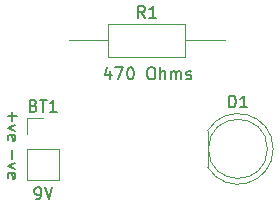
<source format=gbr>
%TF.GenerationSoftware,KiCad,Pcbnew,(6.0.9)*%
%TF.CreationDate,2023-01-23T14:00:59+05:30*%
%TF.ProjectId,simpleLED,73696d70-6c65-44c4-9544-2e6b69636164,rev?*%
%TF.SameCoordinates,Original*%
%TF.FileFunction,Legend,Top*%
%TF.FilePolarity,Positive*%
%FSLAX46Y46*%
G04 Gerber Fmt 4.6, Leading zero omitted, Abs format (unit mm)*
G04 Created by KiCad (PCBNEW (6.0.9)) date 2023-01-23 14:00:59*
%MOMM*%
%LPD*%
G01*
G04 APERTURE LIST*
%ADD10C,0.150000*%
%ADD11C,0.120000*%
G04 APERTURE END LIST*
D10*
X121848571Y-92789523D02*
X121848571Y-93551428D01*
X122134285Y-93932380D02*
X121467619Y-94170476D01*
X122134285Y-94408571D01*
X121515238Y-95170476D02*
X121467619Y-95075238D01*
X121467619Y-94884761D01*
X121515238Y-94789523D01*
X121610476Y-94741904D01*
X121991428Y-94741904D01*
X122086666Y-94789523D01*
X122134285Y-94884761D01*
X122134285Y-95075238D01*
X122086666Y-95170476D01*
X121991428Y-95218095D01*
X121896190Y-95218095D01*
X121800952Y-94741904D01*
X121848571Y-89584523D02*
X121848571Y-90346428D01*
X121467619Y-89965476D02*
X122229523Y-89965476D01*
X122134285Y-90727380D02*
X121467619Y-90965476D01*
X122134285Y-91203571D01*
X121515238Y-91965476D02*
X121467619Y-91870238D01*
X121467619Y-91679761D01*
X121515238Y-91584523D01*
X121610476Y-91536904D01*
X121991428Y-91536904D01*
X122086666Y-91584523D01*
X122134285Y-91679761D01*
X122134285Y-91870238D01*
X122086666Y-91965476D01*
X121991428Y-92013095D01*
X121896190Y-92013095D01*
X121800952Y-91536904D01*
X123840952Y-96972380D02*
X124031428Y-96972380D01*
X124126666Y-96924761D01*
X124174285Y-96877142D01*
X124269523Y-96734285D01*
X124317142Y-96543809D01*
X124317142Y-96162857D01*
X124269523Y-96067619D01*
X124221904Y-96020000D01*
X124126666Y-95972380D01*
X123936190Y-95972380D01*
X123840952Y-96020000D01*
X123793333Y-96067619D01*
X123745714Y-96162857D01*
X123745714Y-96400952D01*
X123793333Y-96496190D01*
X123840952Y-96543809D01*
X123936190Y-96591428D01*
X124126666Y-96591428D01*
X124221904Y-96543809D01*
X124269523Y-96496190D01*
X124317142Y-96400952D01*
X124602857Y-95972380D02*
X124936190Y-96972380D01*
X125269523Y-95972380D01*
X130159523Y-86145714D02*
X130159523Y-86812380D01*
X129921428Y-85764761D02*
X129683333Y-86479047D01*
X130302380Y-86479047D01*
X130588095Y-85812380D02*
X131254761Y-85812380D01*
X130826190Y-86812380D01*
X131826190Y-85812380D02*
X131921428Y-85812380D01*
X132016666Y-85860000D01*
X132064285Y-85907619D01*
X132111904Y-86002857D01*
X132159523Y-86193333D01*
X132159523Y-86431428D01*
X132111904Y-86621904D01*
X132064285Y-86717142D01*
X132016666Y-86764761D01*
X131921428Y-86812380D01*
X131826190Y-86812380D01*
X131730952Y-86764761D01*
X131683333Y-86717142D01*
X131635714Y-86621904D01*
X131588095Y-86431428D01*
X131588095Y-86193333D01*
X131635714Y-86002857D01*
X131683333Y-85907619D01*
X131730952Y-85860000D01*
X131826190Y-85812380D01*
X133540476Y-85812380D02*
X133730952Y-85812380D01*
X133826190Y-85860000D01*
X133921428Y-85955238D01*
X133969047Y-86145714D01*
X133969047Y-86479047D01*
X133921428Y-86669523D01*
X133826190Y-86764761D01*
X133730952Y-86812380D01*
X133540476Y-86812380D01*
X133445238Y-86764761D01*
X133350000Y-86669523D01*
X133302380Y-86479047D01*
X133302380Y-86145714D01*
X133350000Y-85955238D01*
X133445238Y-85860000D01*
X133540476Y-85812380D01*
X134397619Y-86812380D02*
X134397619Y-85812380D01*
X134826190Y-86812380D02*
X134826190Y-86288571D01*
X134778571Y-86193333D01*
X134683333Y-86145714D01*
X134540476Y-86145714D01*
X134445238Y-86193333D01*
X134397619Y-86240952D01*
X135302380Y-86812380D02*
X135302380Y-86145714D01*
X135302380Y-86240952D02*
X135350000Y-86193333D01*
X135445238Y-86145714D01*
X135588095Y-86145714D01*
X135683333Y-86193333D01*
X135730952Y-86288571D01*
X135730952Y-86812380D01*
X135730952Y-86288571D02*
X135778571Y-86193333D01*
X135873809Y-86145714D01*
X136016666Y-86145714D01*
X136111904Y-86193333D01*
X136159523Y-86288571D01*
X136159523Y-86812380D01*
X136588095Y-86764761D02*
X136683333Y-86812380D01*
X136873809Y-86812380D01*
X136969047Y-86764761D01*
X137016666Y-86669523D01*
X137016666Y-86621904D01*
X136969047Y-86526666D01*
X136873809Y-86479047D01*
X136730952Y-86479047D01*
X136635714Y-86431428D01*
X136588095Y-86336190D01*
X136588095Y-86288571D01*
X136635714Y-86193333D01*
X136730952Y-86145714D01*
X136873809Y-86145714D01*
X136969047Y-86193333D01*
%TO.C,D1*%
X140231904Y-89202380D02*
X140231904Y-88202380D01*
X140470000Y-88202380D01*
X140612857Y-88250000D01*
X140708095Y-88345238D01*
X140755714Y-88440476D01*
X140803333Y-88630952D01*
X140803333Y-88773809D01*
X140755714Y-88964285D01*
X140708095Y-89059523D01*
X140612857Y-89154761D01*
X140470000Y-89202380D01*
X140231904Y-89202380D01*
X141755714Y-89202380D02*
X141184285Y-89202380D01*
X141470000Y-89202380D02*
X141470000Y-88202380D01*
X141374761Y-88345238D01*
X141279523Y-88440476D01*
X141184285Y-88488095D01*
%TO.C,R1*%
X133093333Y-81602380D02*
X132760000Y-81126190D01*
X132521904Y-81602380D02*
X132521904Y-80602380D01*
X132902857Y-80602380D01*
X132998095Y-80650000D01*
X133045714Y-80697619D01*
X133093333Y-80792857D01*
X133093333Y-80935714D01*
X133045714Y-81030952D01*
X132998095Y-81078571D01*
X132902857Y-81126190D01*
X132521904Y-81126190D01*
X134045714Y-81602380D02*
X133474285Y-81602380D01*
X133760000Y-81602380D02*
X133760000Y-80602380D01*
X133664761Y-80745238D01*
X133569523Y-80840476D01*
X133474285Y-80888095D01*
%TO.C,BT1*%
X123674285Y-89038571D02*
X123817142Y-89086190D01*
X123864761Y-89133809D01*
X123912380Y-89229047D01*
X123912380Y-89371904D01*
X123864761Y-89467142D01*
X123817142Y-89514761D01*
X123721904Y-89562380D01*
X123340952Y-89562380D01*
X123340952Y-88562380D01*
X123674285Y-88562380D01*
X123769523Y-88610000D01*
X123817142Y-88657619D01*
X123864761Y-88752857D01*
X123864761Y-88848095D01*
X123817142Y-88943333D01*
X123769523Y-88990952D01*
X123674285Y-89038571D01*
X123340952Y-89038571D01*
X124198095Y-88562380D02*
X124769523Y-88562380D01*
X124483809Y-89562380D02*
X124483809Y-88562380D01*
X125626666Y-89562380D02*
X125055238Y-89562380D01*
X125340952Y-89562380D02*
X125340952Y-88562380D01*
X125245714Y-88705238D01*
X125150476Y-88800476D01*
X125055238Y-88848095D01*
D11*
%TO.C,D1*%
X138410000Y-91165000D02*
X138410000Y-94255000D01*
X143960000Y-92710462D02*
G75*
G03*
X138410000Y-91165170I-2990000J462D01*
G01*
X138410000Y-94254830D02*
G75*
G03*
X143960000Y-92709538I2560000J1544830D01*
G01*
X143470000Y-92710000D02*
G75*
G03*
X143470000Y-92710000I-2500000J0D01*
G01*
%TO.C,R1*%
X136530000Y-84890000D02*
X136530000Y-82150000D01*
X136530000Y-82150000D02*
X129990000Y-82150000D01*
X139840000Y-83520000D02*
X136530000Y-83520000D01*
X129990000Y-82150000D02*
X129990000Y-84890000D01*
X129990000Y-84890000D02*
X136530000Y-84890000D01*
X126680000Y-83520000D02*
X129990000Y-83520000D01*
%TO.C,BT1*%
X123130000Y-95310000D02*
X125790000Y-95310000D01*
X123130000Y-91440000D02*
X123130000Y-90110000D01*
X125790000Y-92710000D02*
X125790000Y-95310000D01*
X123130000Y-92710000D02*
X123130000Y-95310000D01*
X123130000Y-92710000D02*
X125790000Y-92710000D01*
X123130000Y-90110000D02*
X124460000Y-90110000D01*
%TD*%
M02*

</source>
